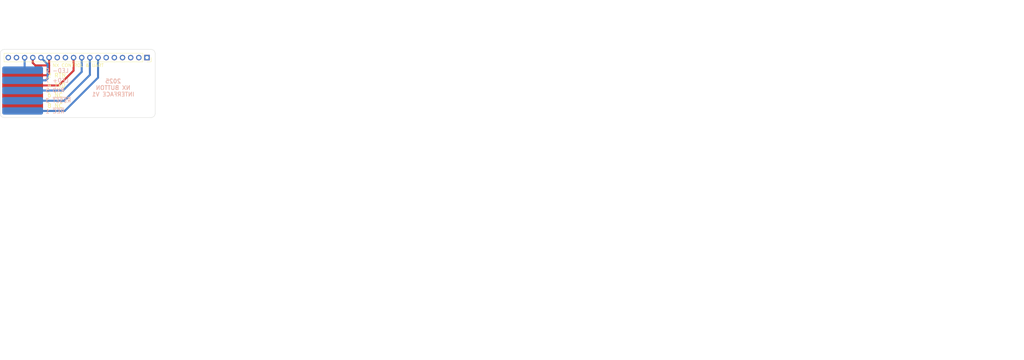
<source format=kicad_pcb>
(kicad_pcb (version 20240108) (generator "pcbnew") (generator_version "8.0")
  (title_block (title "NX BUTTON INTERFACE V2") (date "2025-01-15") (rev "1"))
  (layers (0 "F.Cu" signal) (31 "B.Cu" signal) (34 "B.Paste" user) (35 "F.Paste" user) (36 "B.SilkS" user "B.Silkscreen") (37 "F.SilkS" user "F.Silkscreen") (38 "B.Mask" user) (39 "F.Mask" user) (44 "Edge.Cuts" user))
  (net 0 "")
  (net 1 "/CAN_TX")
  (net 2 "/CAN_RX")
  (net 3 "/GND")
  (net 4 "/3V3")
  (net 7 "/NX_PC_LED-")
  (net 8 "/NX_PC_LED+")
  (net 9 "/UART2_RXD")
  (net 10 "/UART2_TXD")
  (net 13 "/SYS_RST_RCV_RTN")
  (net 14 "/~{SYS_RESET}")
  (net 15 "/~{REC}")
  (footprint "Connector_PinSocket_2.54mm:PinSocket_1x18_P2.54mm_Vertical" (layer "F.Cu") (at 129.921 92.964 -90)
    (property "Reference" "J1" (hide yes))
    (property "Value" "NX CONTROL & UART" (at 2.413 21.421 180) (layer "F.SilkS"))
    (fp_line (start -1.33 44.51) (end 1.33 44.51) (stroke (width 0.12)) (layer "F.SilkS"))
    (fp_line (start -1.33 1.27) (end -1.33 44.51) (stroke (width 0.12)) (layer "F.SilkS"))
    (fp_line (start -1.33 1.27) (end 1.33 1.27) (stroke (width 0.12)) (layer "F.SilkS"))
    (fp_line (start 1.33 1.27) (end 1.33 44.51) (stroke (width 0.12)) (layer "F.SilkS"))
    (fp_line (start 0 -1.33) (end 1.33 -1.33) (stroke (width 0.12)) (layer "F.SilkS"))
    (fp_line (start 1.33 -1.33) (end 1.33 0) (stroke (width 0.12)) (layer "F.SilkS"))
    (pad "1" thru_hole rect (at 0 0 270) (size 1.7 1.7) (drill 1) (layers "*.Cu" "*.Mask") (net 1 "/CAN_TX"))
    (pad "2" thru_hole oval (at 0 2.54 270) (size 1.7 1.7) (drill 1) (layers "*.Cu" "*.Mask") (net 2 "/CAN_RX"))
    (pad "3" thru_hole oval (at 0 5.08 270) (size 1.7 1.7) (drill 1) (layers "*.Cu" "*.Mask") (net 3 "/GND"))
    (pad "4" thru_hole oval (at 0 7.62 270) (size 1.7 1.7) (drill 1) (layers "*.Cu" "*.Mask") (net 4 "/3V3"))
    (pad "5" thru_hole oval (at 0 10.16 270) (size 1.7 1.7) (drill 1) (layers "*.Cu" "*.Mask"))
    (pad "6" thru_hole oval (at 0 12.7 270) (size 1.7 1.7) (drill 1) (layers "*.Cu" "*.Mask"))
    (pad "7" thru_hole oval (at 0 15.24 270) (size 1.7 1.7) (drill 1) (layers "*.Cu" "*.Mask") (net 7 "/NX_PC_LED-"))
    (pad "8" thru_hole oval (at 0 17.78 270) (size 1.7 1.7) (drill 1) (layers "*.Cu" "*.Mask") (net 8 "/NX_PC_LED+"))
    (pad "9" thru_hole oval (at 0 20.32 270) (size 1.7 1.7) (drill 1) (layers "*.Cu" "*.Mask") (net 9 "/UART2_RXD"))
    (pad "10" thru_hole oval (at 0 22.86 270) (size 1.7 1.7) (drill 1) (layers "*.Cu" "*.Mask") (net 10 "/UART2_TXD"))
    (pad "11" thru_hole oval (at 0 25.4 270) (size 1.7 1.7) (drill 1) (layers "*.Cu" "*.Mask"))
    (pad "12" thru_hole oval (at 0 27.94 270) (size 1.7 1.7) (drill 1) (layers "*.Cu" "*.Mask"))
    (pad "13" thru_hole oval (at 0 30.48 270) (size 1.7 1.7) (drill 1) (layers "*.Cu" "*.Mask") (net 13 "/SYS_RST_RCV_RTN"))
    (pad "14" thru_hole oval (at 0 33.02 270) (size 1.7 1.7) (drill 1) (layers "*.Cu" "*.Mask") (net 14 "/~{SYS_RESET}"))
    (pad "15" thru_hole oval (at 0 35.56 270) (size 1.7 1.7) (drill 1) (layers "*.Cu" "*.Mask") (net 13 "/SYS_RST_RCV_RTN"))
    (pad "16" thru_hole oval (at 0 38.1 270) (size 1.7 1.7) (drill 1) (layers "*.Cu" "*.Mask") (net 15 "/~{REC}"))
    (pad "17" thru_hole oval (at 0 40.64 270) (size 1.7 1.7) (drill 1) (layers "*.Cu" "*.Mask"))
    (pad "18" thru_hole oval (at 0 43.18 270) (size 1.7 1.7) (drill 1) (layers "*.Cu" "*.Mask"))
  )
  (footprint "NX-ButtonInterface:9-pin-solder-pads" (layer "B.Cu") (at 91.1987 96.8756 180)
    (property "Reference" "J2" (hide yes))
    (property "Value" "NX-BUTTON")
    (pad "1" smd roundrect (at 0 0 180) (size 12.7 2.286) (layers "B.Cu" "B.Paste" "B.Mask") (net 15 "/~{REC}"))
    (pad "2" smd roundrect (at 0 -1.5875 180) (size 12.7 2.286) (layers "F.Cu" "F.Paste" "F.Mask") (net 13 "/SYS_RST_RCV_RTN"))
    (pad "3" smd roundrect (at 0 -3.175 180) (size 12.7 2.286) (layers "B.Cu" "B.Paste" "B.Mask") (net 14 "/~{SYS_RESET}"))
    (pad "4" smd roundrect (at 0 -4.7625 180) (size 12.7 2.286) (layers "F.Cu" "F.Paste" "F.Mask") (net 10 "/UART2_TXD"))
    (pad "5" smd roundrect (at 0 -6.35 180) (size 12.7 2.286) (layers "B.Cu" "B.Paste" "B.Mask") (net 9 "/UART2_RXD"))
    (pad "6" smd roundrect (at 0 -7.9375 180) (size 12.7 2.286) (layers "F.Cu" "F.Paste" "F.Mask"))
    (pad "7" smd roundrect (at 0 -9.525 180) (size 12.7 2.286) (layers "B.Cu" "B.Paste" "B.Mask") (net 8 "/NX_PC_LED+"))
    (pad "8" smd roundrect (at 0 -11.1125 180) (size 12.7 2.286) (layers "F.Cu" "F.Paste" "F.Mask"))
    (pad "9" smd roundrect (at 0 -12.7 180) (size 12.7 2.286) (layers "B.Cu" "B.Paste" "B.Mask") (net 7 "/NX_PC_LED-"))
  )
  (gr_line (start 132.461 91.694) (end 132.461 110.363) (stroke (width 0.1)) (layer "Edge.Cuts"))
  (gr_arc (start 85.471 111.633) (mid 84.572974 111.261026) (end 84.201 110.363) (stroke (width 0.1)) (layer "Edge.Cuts"))
  (gr_line (start 85.471 90.424) (end 131.191 90.424) (stroke (width 0.1)) (layer "Edge.Cuts"))
  (gr_arc (start 131.191 90.424) (mid 132.089026 90.795974) (end 132.461 91.694) (stroke (width 0.1)) (layer "Edge.Cuts"))
  (gr_arc (start 132.461 110.363) (mid 132.089026 111.261026) (end 131.191 111.633) (stroke (width 0.1)) (layer "Edge.Cuts"))
  (gr_arc (start 84.201 91.694) (mid 84.572974 90.795974) (end 85.471 90.424) (stroke (width 0.1)) (layer "Edge.Cuts"))
  (gr_line (start 84.201 110.363) (end 84.201 91.694) (stroke (width 0.1)) (layer "Edge.Cuts"))
  (gr_line (start 131.191 111.633) (end 85.471 111.633) (stroke (width 0.1)) (layer "Edge.Cuts"))
  (gr_text "LED+ 7" (at 105.664 100.090287 0) (layer "B.SilkS") (effects (font (size 1.27 1.27) (thickness 0.1778)) (justify left mirror)))
  (gr_text "RXD 5" (at 104.394 103.152574 0) (layer "B.SilkS") (effects (font (size 1.27 1.27) (thickness 0.1778)) (justify left mirror)))
  (gr_text "\n2025\nNX BUTTON\nINTERFACE V1" (at 119.38 101.346 0) (layer "B.SilkS") (effects (font (size 1.27 1.27) (thickness 0.2286)) (justify mirror)))
  (gr_text "~{RESET} 3" (at 106.389715 106.365144 0) (layer "B.SilkS") (effects (font (size 1.27 1.27) (thickness 0.1778)) (justify left mirror)))
  (gr_text "LED- 9" (at 105.664 97.028 0) (layer "B.SilkS") (effects (font (size 1.27 1.27) (thickness 0.1778)) (justify left mirror)))
  (gr_text "~{REC} 1" (at 104.333524 109.728 0) (layer "B.SilkS") (effects (font (size 1.27 1.27) (thickness 0.1778)) (justify left mirror)))
  (gr_text "4 TXD" (at 98.806 101.6 0) (layer "F.SilkS") (effects (font (size 1.27 1.27) (thickness 0.1778)) (justify left)))
  (gr_text "8 NC" (at 98.806 107.95 0) (layer "F.SilkS") (effects (font (size 1.27 1.27) (thickness 0.1778)) (justify left)))
  (gr_text "2 RTN" (at 98.806 98.5012 0) (layer "F.SilkS") (effects (font (size 1.27 1.27) (thickness 0.1778)) (justify left)))
  (gr_text "6 NC" (at 98.806 104.648 0) (layer "F.SilkS") (effects (font (size 1.27 1.27) (thickness 0.1778)) (justify left)))
  (segment (start 104.3178 109.5756) (end 114.681 99.2124) (width 0.635) (layer "B.Cu") (net 7))
  (segment (start 114.681 99.2124) (end 114.681 92.964) (width 0.635) (layer "B.Cu") (net 7))
  (segment (start 91.1987 109.5756) (end 104.3178 109.5756) (width 0.635) (layer "B.Cu") (net 7))
  (segment (start 112.141 98.3742) (end 112.141 92.964) (width 0.635) (layer "B.Cu") (net 8))
  (segment (start 91.1987 106.4006) (end 104.1146 106.4006) (width 0.635) (layer "B.Cu") (net 8))
  (segment (start 104.1146 106.4006) (end 112.141 98.3742) (width 0.635) (layer "B.Cu") (net 8))
  (segment (start 103.7844 103.2256) (end 109.601 97.409) (width 0.635) (layer "B.Cu") (net 9))
  (segment (start 109.601 97.409) (end 109.601 92.964) (width 0.635) (layer "B.Cu") (net 9))
  (segment (start 91.1987 103.2256) (end 103.7844 103.2256) (width 0.635) (layer "B.Cu") (net 9))
  (segment (start 102.4509 101.6381) (end 107.061 97.028) (width 0.635) (layer "F.Cu") (net 10))
  (segment (start 91.1987 101.6381) (end 102.4509 101.6381) (width 0.635) (layer "F.Cu") (net 10))
  (segment (start 107.061 97.028) (end 107.061 92.964) (width 0.635) (layer "F.Cu") (net 10))
  (segment (start 99.441 92.964) (end 99.441 95.4024) (width 0.635) (layer "F.Cu") (net 13))
  (segment (start 95.1484 95.4024) (end 99.441 95.4024) (width 0.635) (layer "F.Cu") (net 13))
  (segment (start 94.361 92.964) (end 94.361 94.615) (width 0.635) (layer "F.Cu") (net 13))
  (segment (start 99.441 95.4024) (end 99.441 97.8154) (width 0.635) (layer "F.Cu") (net 13))
  (segment (start 98.7933 98.4631) (end 91.1987 98.4631) (width 0.635) (layer "F.Cu") (net 13))
  (segment (start 99.441 97.8154) (end 98.7933 98.4631) (width 0.635) (layer "F.Cu") (net 13))
  (segment (start 94.361 94.615) (end 95.1484 95.4024) (width 0.635) (layer "F.Cu") (net 13))
  (segment (start 98.9838 99.4664) (end 98.3996 100.0506) (width 0.635) (layer "B.Cu") (net 14))
  (segment (start 98.3996 100.0506) (end 91.1987 100.0506) (width 0.635) (layer "B.Cu") (net 14))
  (segment (start 96.901 92.964) (end 98.9838 95.0468) (width 0.635) (layer "B.Cu") (net 14))
  (segment (start 98.9838 95.0468) (end 98.9838 99.4664) (width 0.635) (layer "B.Cu") (net 14))
  (segment (start 91.821 96.2533) (end 91.1987 96.8756) (width 0.635) (layer "B.Cu") (net 15))
  (segment (start 91.821 92.964) (end 91.821 96.2533) (width 0.635) (layer "B.Cu") (net 15))
)
</source>
